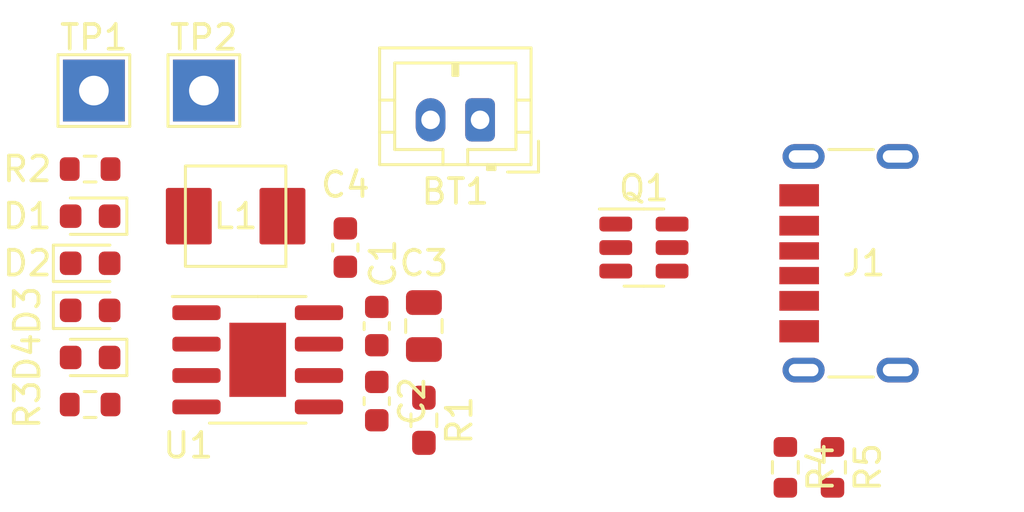
<source format=kicad_pcb>
(kicad_pcb (version 20211014) (generator pcbnew)
  (layers (0 "F.Cu" signal) (31 "B.Cu" signal) (34 "B.Paste" user) (35 "F.Paste" user) (36 "B.SilkS" user "B.Silkscreen") (37 "F.SilkS" user "F.Silkscreen") (38 "B.Mask" user) (39 "F.Mask" user) (44 "Edge.Cuts" user))
  (net 0 "")
  (net 1 "GND")
  (net 2 "Net-(R2-Pad2)")
  (net 3 "Net-(R3-Pad2)")
  (net 4 "+5V")
  (net 5 "/BAT")
  (net 6 "/LED2")
  (net 7 "/SW")
  (net 8 "/ISET")
  (net 9 "/LED1")
  (net 10 "/LED3")
  (net 11 "/CC1")
  (net 12 "/CC2")
  (net 18 "Net-(Q1-Pad1)")
  (footprint "Connector_JST:JST_PH_B2B-PH-K_1x02_P2.00mm_Vertical" (layer "F.Cu") (at 160.385 83.735 180)
    (fp_text reference "BT1" (at 1 -2.9) (layer "F.SilkS"))
    (fp_text value "Battery_Cell")
    (fp_line (start -2.06 0.8) (end -1.45 0.8) (layer "F.SilkS") (width 0.12))
    (fp_line (start 0.9 2.3) (end 0.9 1.8) (layer "F.SilkS") (width 0.12))
    (fp_line (start -2.06 2.91) (end 4.06 2.91) (layer "F.SilkS") (width 0.12))
    (fp_line (start 4.06 2.91) (end 4.06 -1.81) (layer "F.SilkS") (width 0.12))
    (fp_line (start 1 2.3) (end 1 1.8) (layer "F.SilkS") (width 0.12))
    (fp_line (start 3.45 2.3) (end 3.45 -1.2) (layer "F.SilkS") (width 0.12))
    (fp_line (start 4.06 0.8) (end 3.45 0.8) (layer "F.SilkS") (width 0.12))
    (fp_line (start 0.9 1.8) (end 1.1 1.8) (layer "F.SilkS") (width 0.12))
    (fp_line (start 4.06 -0.5) (end 3.45 -0.5) (layer "F.SilkS") (width 0.12))
    (fp_line (start -2.06 -1.81) (end -2.06 2.91) (layer "F.SilkS") (width 0.12))
    (fp_line (start -0.3 -1.91) (end -0.6 -1.91) (layer "F.SilkS") (width 0.12))
    (fp_line (start 3.45 -1.2) (end 1.5 -1.2) (layer "F.SilkS") (width 0.12))
    (fp_line (start 0.5 -1.81) (end 0.5 -1.2) (layer "F.SilkS") (width 0.12))
    (fp_line (start 1.1 1.8) (end 1.1 2.3) (layer "F.SilkS") (width 0.12))
    (fp_line (start -1.45 -1.2) (end -1.45 2.3) (layer "F.SilkS") (width 0.12))
    (fp_line (start 1.5 -1.2) (end 1.5 -1.81) (layer "F.SilkS") (width 0.12))
    (fp_line (start -0.3 -1.81) (end -0.3 -2.01) (layer "F.SilkS") (width 0.12))
    (fp_line (start 0.5 -1.2) (end -1.45 -1.2) (layer "F.SilkS") (width 0.12))
    (fp_line (start -2.36 -2.11) (end -2.36 -0.86) (layer "F.SilkS") (width 0.12))
    (fp_line (start -2.06 -0.5) (end -1.45 -0.5) (layer "F.SilkS") (width 0.12))
    (fp_line (start 4.06 -1.81) (end -2.06 -1.81) (layer "F.SilkS") (width 0.12))
    (fp_line (start -1.11 -2.11) (end -2.36 -2.11) (layer "F.SilkS") (width 0.12))
    (fp_line (start -1.45 2.3) (end 3.45 2.3) (layer "F.SilkS") (width 0.12))
    (fp_line (start -0.3 -2.01) (end -0.6 -2.01) (layer "F.SilkS") (width 0.12))
    (fp_line (start -0.6 -2.01) (end -0.6 -1.81) (layer "F.SilkS") (width 0.12))
    (pad "1" thru_hole roundrect (at 0 0 180) (size 1.2 1.75) (drill 0.75) (layers *.Cu *.Mask) (roundrect_rratio 0.208333) (net 5 "/BAT"))
    (pad "2" thru_hole oval (at 2 0 180) (size 1.2 1.75) (drill 0.75) (layers *.Cu *.Mask) (net 1 "GND"))
  )
  (footprint "Resistor_SMD:R_0603_1608Metric_Pad0.98x0.95mm_HandSolder" (layer "F.Cu") (at 158.115 95.885 -90)
    (fp_text reference "R1" (at 0 -1.43 90) (layer "F.SilkS"))
    (fp_text value "R")
    (fp_line (start -0.254724 0.5225) (end 0.254724 0.5225) (layer "F.SilkS") (width 0.12))
    (fp_line (start -0.254724 -0.5225) (end 0.254724 -0.5225) (layer "F.SilkS") (width 0.12))
    (pad "1" smd roundrect (at -0.9125 0 270) (size 0.975 0.95) (layers "F.Cu" "F.Paste" "F.Mask") (net 8 "/ISET"))
    (pad "2" smd roundrect (at 0.9125 0 270) (size 0.975 0.95) (layers "F.Cu" "F.Paste" "F.Mask") (net 1 "GND"))
  )
  (footprint "Diode_SMD:D_0603_1608Metric" (layer "F.Cu") (at 144.6275 87.63 180)
    (fp_text reference "D1" (at 2.54 0 180) (layer "F.SilkS"))
    (fp_text value "LED blue")
    (fp_line (start -1.485 -0.735) (end -1.485 0.735) (layer "F.SilkS") (width 0.12))
    (fp_line (start 0.8 -0.735) (end -1.485 -0.735) (layer "F.SilkS") (width 0.12))
    (fp_line (start -1.485 0.735) (end 0.8 0.735) (layer "F.SilkS") (width 0.12))
    (pad "1" smd roundrect (at -0.7875 0 180) (size 0.875 0.95) (layers "F.Cu" "F.Paste" "F.Mask") (net 2 "Net-(R2-Pad2)"))
    (pad "2" smd roundrect (at 0.7875 0 180) (size 0.875 0.95) (layers "F.Cu" "F.Paste" "F.Mask") (net 6 "/LED2"))
  )
  (footprint "Diode_SMD:D_0603_1608Metric" (layer "F.Cu") (at 144.6275 91.44)
    (fp_text reference "D3" (at -2.54 0 90) (layer "F.SilkS"))
    (fp_text value "LED blue")
    (fp_line (start -1.485 0.735) (end 0.8 0.735) (layer "F.SilkS") (width 0.12))
    (fp_line (start 0.8 -0.735) (end -1.485 -0.735) (layer "F.SilkS") (width 0.12))
    (fp_line (start -1.485 -0.735) (end -1.485 0.735) (layer "F.SilkS") (width 0.12))
    (pad "1" smd roundrect (at -0.7875 0) (size 0.875 0.95) (layers "F.Cu" "F.Paste" "F.Mask") (net 3 "Net-(R3-Pad2)"))
    (pad "2" smd roundrect (at 0.7875 0) (size 0.875 0.95) (layers "F.Cu" "F.Paste" "F.Mask") (net 6 "/LED2"))
  )
  (footprint "TestPoint:TestPoint_THTPad_2.5x2.5mm_Drill1.2mm" (layer "F.Cu") (at 149.225 82.55)
    (fp_text reference "TP2" (at 0 -2.148) (layer "F.SilkS"))
    (fp_text value "GND")
    (fp_line (start 1.45 -1.45) (end 1.45 1.45) (layer "F.SilkS") (width 0.12))
    (fp_line (start -1.45 1.45) (end -1.45 -1.45) (layer "F.SilkS") (width 0.12))
    (fp_line (start -1.45 -1.45) (end 1.45 -1.45) (layer "F.SilkS") (width 0.12))
    (fp_line (start 1.45 1.45) (end -1.45 1.45) (layer "F.SilkS") (width 0.12))
    (pad "1" thru_hole rect (at 0 0) (size 2.5 2.5) (drill 1.2) (layers *.Cu *.Mask))
  )
  (footprint "Diode_SMD:D_0603_1608Metric" (layer "F.Cu") (at 144.6275 89.535)
    (fp_text reference "D2" (at -2.54 0 180) (layer "F.SilkS"))
    (fp_text value "LED blue")
    (fp_line (start 0.8 -0.735) (end -1.485 -0.735) (layer "F.SilkS") (width 0.12))
    (fp_line (start -1.485 -0.735) (end -1.485 0.735) (layer "F.SilkS") (width 0.12))
    (fp_line (start -1.485 0.735) (end 0.8 0.735) (layer "F.SilkS") (width 0.12))
    (pad "1" smd roundrect (at -0.7875 0) (size 0.875 0.95) (layers "F.Cu" "F.Paste" "F.Mask") (net 6 "/LED2"))
    (pad "2" smd roundrect (at 0.7875 0) (size 0.875 0.95) (layers "F.Cu" "F.Paste" "F.Mask") (net 2 "Net-(R2-Pad2)"))
  )
  (footprint "Resistor_SMD:R_0603_1608Metric" (layer "F.Cu") (at 174.625 97.79 -90)
    (fp_text reference "R5" (at 0 -1.43 90) (layer "F.SilkS"))
    (fp_text value "5K1")
    (fp_line (start -0.237258 -0.5225) (end 0.237258 -0.5225) (layer "F.SilkS") (width 0.12))
    (fp_line (start -0.237258 0.5225) (end 0.237258 0.5225) (layer "F.SilkS") (width 0.12))
    (pad "1" smd roundrect (at -0.825 0 270) (size 0.8 0.95) (layers "F.Cu" "F.Paste" "F.Mask") (net 11 "/CC1"))
    (pad "2" smd roundrect (at 0.825 0 270) (size 0.8 0.95) (layers "F.Cu" "F.Paste" "F.Mask") (net 1 "GND"))
  )
  (footprint "Diode_SMD:D_0603_1608Metric" (layer "F.Cu") (at 144.6275 93.345 180)
    (fp_text reference "D4" (at 2.54 0 90) (layer "F.SilkS"))
    (fp_text value "LED blue")
    (fp_line (start -1.485 -0.735) (end -1.485 0.735) (layer "F.SilkS") (width 0.12))
    (fp_line (start -1.485 0.735) (end 0.8 0.735) (layer "F.SilkS") (width 0.12))
    (fp_line (start 0.8 -0.735) (end -1.485 -0.735) (layer "F.SilkS") (width 0.12))
    (pad "1" smd roundrect (at -0.7875 0 180) (size 0.875 0.95) (layers "F.Cu" "F.Paste" "F.Mask") (net 6 "/LED2"))
    (pad "2" smd roundrect (at 0.7875 0 180) (size 0.875 0.95) (layers "F.Cu" "F.Paste" "F.Mask") (net 3 "Net-(R3-Pad2)"))
  )
  (footprint "Resistor_SMD:R_0603_1608Metric" (layer "F.Cu") (at 144.6275 85.725 180)
    (fp_text reference "R2" (at 2.54 0) (layer "F.SilkS"))
    (fp_text value "1k")
    (fp_line (start -0.237258 0.5225) (end 0.237258 0.5225) (layer "F.SilkS") (width 0.12))
    (fp_line (start -0.237258 -0.5225) (end 0.237258 -0.5225) (layer "F.SilkS") (width 0.12))
    (pad "1" smd roundrect (at -0.825 0 180) (size 0.8 0.95) (layers "F.Cu" "F.Paste" "F.Mask") (net 9 "/LED1"))
    (pad "2" smd roundrect (at 0.825 0 180) (size 0.8 0.95) (layers "F.Cu" "F.Paste" "F.Mask") (net 2 "Net-(R2-Pad2)"))
  )
  (footprint "TestPoint:TestPoint_THTPad_2.5x2.5mm_Drill1.2mm" (layer "F.Cu") (at 144.78 82.55)
    (fp_text reference "TP1" (at 0 -2.148) (layer "F.SilkS"))
    (fp_text value "5V")
    (fp_line (start 1.45 1.45) (end -1.45 1.45) (layer "F.SilkS") (width 0.12))
    (fp_line (start 1.45 -1.45) (end 1.45 1.45) (layer "F.SilkS") (width 0.12))
    (fp_line (start -1.45 -1.45) (end 1.45 -1.45) (layer "F.SilkS") (width 0.12))
    (fp_line (start -1.45 1.45) (end -1.45 -1.45) (layer "F.SilkS") (width 0.12))
    (pad "1" thru_hole rect (at 0 0) (size 2.5 2.5) (drill 1.2) (layers *.Cu *.Mask))
  )
  (footprint "Capacitor_SMD:C_0805_2012Metric" (layer "F.Cu") (at 158.115 92.075 90)
    (fp_text reference "C3" (at 2.54 0 180) (layer "F.SilkS"))
    (fp_text value "22 uF")
    (fp_line (start -0.261252 0.735) (end 0.261252 0.735) (layer "F.SilkS") (width 0.12))
    (fp_line (start -0.261252 -0.735) (end 0.261252 -0.735) (layer "F.SilkS") (width 0.12))
    (pad "1" smd roundrect (at -0.95 0 90) (size 1 1.45) (layers "F.Cu" "F.Paste" "F.Mask") (net 4 "+5V"))
    (pad "2" smd roundrect (at 0.95 0 90) (size 1 1.45) (layers "F.Cu" "F.Paste" "F.Mask") (net 1 "GND"))
  )
  (footprint "Package_TO_SOT_SMD:SOT-23-6" (layer "F.Cu") (at 167.005 88.9)
    (fp_text reference "Q1" (at 0 -2.4) (layer "F.SilkS"))
    (fp_text value "Q_Dual_PMOS_S1G1D2S2G2D1")
    (fp_line (start 0 -1.56) (end 0.8 -1.56) (layer "F.SilkS") (width 0.12))
    (fp_line (start 0 1.56) (end 0.8 1.56) (layer "F.SilkS") (width 0.12))
    (fp_line (start 0 -1.56) (end -1.8 -1.56) (layer "F.SilkS") (width 0.12))
    (fp_line (start 0 1.56) (end -0.8 1.56) (layer "F.SilkS") (width 0.12))
    (pad "1" smd roundrect (at -1.1375 -0.95) (size 1.325 0.6) (layers "F.Cu" "F.Paste" "F.Mask") (net 18 "Net-(Q1-Pad1)"))
    (pad "2" smd roundrect (at -1.1375 0) (size 1.325 0.6) (layers "F.Cu" "F.Paste" "F.Mask"))
    (pad "3" smd roundrect (at -1.1375 0.95) (size 1.325 0.6) (layers "F.Cu" "F.Paste" "F.Mask"))
    (pad "4" smd roundrect (at 1.1375 0.95) (size 1.325 0.6) (layers "F.Cu" "F.Paste" "F.Mask"))
    (pad "5" smd roundrect (at 1.1375 0) (size 1.325 0.6) (layers "F.Cu" "F.Paste" "F.Mask") (net 18 "Net-(Q1-Pad1)"))
    (pad "6" smd roundrect (at 1.1375 -0.95) (size 1.325 0.6) (layers "F.Cu" "F.Paste" "F.Mask") (net 18 "Net-(Q1-Pad1)"))
  )
  (footprint "LiPoBCB-V2:L_smd_1616" (layer "F.Cu") (at 150.50775 87.63)
    (fp_text reference "L1" (at 0 0 unlocked) (layer "F.SilkS"))
    (fp_text value "1 uH")
    (fp_rect (start 2.03 2.03) (end -2.03 -2.03) (layer "F.SilkS") (width 0.12) (fill none))
    (pad "1" smd roundrect (at -1.89225 0) (size 1.8545 2.286) (layers "F.Cu" "F.Paste" "F.Mask") (roundrect_rratio 0.05392289027) (net 7 "/SW"))
    (pad "2" smd roundrect (at 1.89225 0) (size 1.8545 2.286) (layers "F.Cu" "F.Paste" "F.Mask") (roundrect_rratio 0.05392289027) (net 5 "/BAT"))
  )
  (footprint "LiPoBCB-V2:Korean Hroparts Elec TYPE-C-31-M-17" (layer "F.Cu") (at 173.2775 89.535 90)
    (fp_text reference "J1" (at 0 2.6175 unlocked) (layer "F.SilkS"))
    (fp_text value "USB_C_Receptacle_USB2.0")
    (fp_line (start -4.6 1.2) (end -4.6 3) (layer "F.SilkS") (width 0.12))
    (fp_line (start 4.6 1.2) (end 4.6 3) (layer "F.SilkS") (width 0.12))
    (pad "1" thru_hole oval (at -4.32 0.18 90) (size 1 1.7) (drill oval 0.5 1.2) (layers *.Cu *.Mask))
    (pad "2" thru_hole oval (at -4.32 3.98 90) (size 1 1.7) (drill oval 0.5 1.2) (layers *.Cu *.Mask))
    (pad "3" thru_hole oval (at 4.32 3.98 90) (size 1 1.7) (drill oval 0.5 1.2) (layers *.Cu *.Mask))
    (pad "4" thru_hole oval (at 4.32 0.18 90) (size 1 1.7) (drill oval 0.5 1.2) (layers *.Cu *.Mask))
    (pad "A5" smd rect (at -0.5 0 90) (size 0.7 1.6) (layers "F.Cu" "F.Paste" "F.Mask") (net 11 "/CC1"))
    (pad "A9" smd rect (at 1.52 0 90) (size 0.8 1.6) (layers "F.Cu" "F.Paste" "F.Mask") (net 4 "+5V"))
    (pad "A12" smd rect (at 2.75 0 90) (size 0.9 1.6) (layers "F.Cu" "F.Paste" "F.Mask") (net 1 "GND"))
    (pad "B5" smd rect (at 0.5 0 90) (size 0.7 1.6) (layers "F.Cu" "F.Paste" "F.Mask") (net 12 "/CC2"))
    (pad "B9" smd rect (at -1.52 0 90) (size 0.8 1.6) (layers "F.Cu" "F.Paste" "F.Mask") (net 4 "+5V"))
    (pad "B12" smd rect (at -2.75 0 90) (size 0.9 1.6) (layers "F.Cu" "F.Paste" "F.Mask") (net 1 "GND"))
  )
  (footprint "Capacitor_SMD:C_0603_1608Metric" (layer "F.Cu") (at 154.94 88.9 90)
    (fp_text reference "C4" (at 2.54 0 180) (layer "F.SilkS"))
    (fp_text value "10 uF")
    (fp_line (start -0.14058 -0.51) (end 0.14058 -0.51) (layer "F.SilkS") (width 0.12))
    (fp_line (start -0.14058 0.51) (end 0.14058 0.51) (layer "F.SilkS") (width 0.12))
    (pad "1" smd roundrect (at -0.775 0 90) (size 0.9 0.95) (layers "F.Cu" "F.Paste" "F.Mask") (net 1 "GND"))
    (pad "2" smd roundrect (at 0.775 0 90) (size 0.9 0.95) (layers "F.Cu" "F.Paste" "F.Mask") (net 5 "/BAT"))
  )
  (footprint "Capacitor_SMD:C_0603_1608Metric" (layer "F.Cu") (at 156.21 92.075 90)
    (fp_text reference "C1" (at 2.54 0.254 90) (layer "F.SilkS"))
    (fp_text value "10 uF")
    (fp_line (start -0.14058 0.51) (end 0.14058 0.51) (layer "F.SilkS") (width 0.12))
    (fp_line (start -0.14058 -0.51) (end 0.14058 -0.51) (layer "F.SilkS") (width 0.12))
    (pad "1" smd roundrect (at -0.775 0 90) (size 0.9 0.95) (layers "F.Cu" "F.Paste" "F.Mask") (net 4 "+5V"))
    (pad "2" smd roundrect (at 0.775 0 90) (size 0.9 0.95) (layers "F.Cu" "F.Paste" "F.Mask") (net 1 "GND"))
  )
  (footprint "Resistor_SMD:R_0603_1608Metric" (layer "F.Cu") (at 172.72 97.79 -90)
    (fp_text reference "R4" (at 0 -1.43 90) (layer "F.SilkS"))
    (fp_text value "5K1")
    (fp_line (start -0.237258 -0.5225) (end 0.237258 -0.5225) (layer "F.SilkS") (width 0.12))
    (fp_line (start -0.237258 0.5225) (end 0.237258 0.5225) (layer "F.SilkS") (width 0.12))
    (pad "1" smd roundrect (at -0.825 0 270) (size 0.8 0.95) (layers "F.Cu" "F.Paste" "F.Mask") (net 12 "/CC2"))
    (pad "2" smd roundrect (at 0.825 0 270) (size 0.8 0.95) (layers "F.Cu" "F.Paste" "F.Mask") (net 1 "GND"))
  )
  (footprint "Capacitor_SMD:C_0603_1608Metric" (layer "F.Cu") (at 156.21 95.11 -90)
    (fp_text reference "C2" (at 0 -1.43 90) (layer "F.SilkS"))
    (fp_text value "4.7 uF")
    (fp_line (start -0.14058 -0.51) (end 0.14058 -0.51) (layer "F.SilkS") (width 0.12))
    (fp_line (start -0.14058 0.51) (end 0.14058 0.51) (layer "F.SilkS") (width 0.12))
    (pad "1" smd roundrect (at -0.775 0 270) (size 0.9 0.95) (layers "F.Cu" "F.Paste" "F.Mask") (net 5 "/BAT"))
    (pad "2" smd roundrect (at 0.775 0 270) (size 0.9 0.95) (layers "F.Cu" "F.Paste" "F.Mask") (net 1 "GND"))
  )
  (footprint "Resistor_SMD:R_0603_1608Metric" (layer "F.Cu") (at 144.6275 95.25 180)
    (fp_text reference "R3" (at 2.54 0 90) (layer "F.SilkS"))
    (fp_text value "1k")
    (fp_line (start -0.237258 -0.5225) (end 0.237258 -0.5225) (layer "F.SilkS") (width 0.12))
    (fp_line (start -0.237258 0.5225) (end 0.237258 0.5225) (layer "F.SilkS") (width 0.12))
    (pad "1" smd roundrect (at -0.825 0 180) (size 0.8 0.95) (layers "F.Cu" "F.Paste" "F.Mask") (net 10 "/LED3"))
    (pad "2" smd roundrect (at 0.825 0 180) (size 0.8 0.95) (layers "F.Cu" "F.Paste" "F.Mask") (net 3 "Net-(R3-Pad2)"))
  )
  (footprint "Package_SO:SOIC-8-1EP_3.9x4.9mm_P1.27mm_EP2.29x3mm" (layer "F.Cu") (at 151.4 93.44)
    (fp_text reference "U1" (at -2.81 3.461) (layer "F.SilkS"))
    (fp_text value "ETA9740")
    (fp_line (start 0 -2.56) (end 1.95 -2.56) (layer "F.SilkS") (width 0.12))
    (fp_line (start 0 2.56) (end 1.95 2.56) (layer "F.SilkS") (width 0.12))
    (fp_line (start 0 2.56) (end -1.95 2.56) (layer "F.SilkS") (width 0.12))
    (fp_line (start 0 -2.56) (end -3.45 -2.56) (layer "F.SilkS") (width 0.12))
    (pad "1" smd roundrect (at -2.475 -1.905) (size 1.95 0.6) (layers "F.Cu" "F.Paste" "F.Mask") (net 7 "/SW"))
    (pad "2" smd roundrect (at -2.475 -0.635) (size 1.95 0.6) (layers "F.Cu" "F.Paste" "F.Mask") (net 9 "/LED1"))
    (pad "3" smd roundrect (at -2.475 0.635) (size 1.95 0.6) (layers "F.Cu" "F.Paste" "F.Mask") (net 6 "/LED2"))
    (pad "4" smd roundrect (at -2.475 1.905) (size 1.95 0.6) (layers "F.Cu" "F.Paste" "F.Mask") (net 10 "/LED3"))
    (pad "5" smd roundrect (at 2.475 1.905) (size 1.95 0.6) (layers "F.Cu" "F.Paste" "F.Mask") (net 8 "/ISET"))
    (pad "6" smd roundrect (at 2.475 0.635) (size 1.95 0.6) (layers "F.Cu" "F.Paste" "F.Mask") (net 5 "/BAT"))
    (pad "7" smd roundrect (at 2.475 -0.635) (size 1.95 0.6) (layers "F.Cu" "F.Paste" "F.Mask") (net 4 "+5V"))
    (pad "8" smd roundrect (at 2.475 -1.905) (size 1.95 0.6) (layers "F.Cu" "F.Paste" "F.Mask") (net 1 "GND"))
    (pad "9" smd rect (at 0 0) (size 2.29 3) (layers "F.Cu" "F.Mask") (net 1 "GND"))
  )
)
</source>
